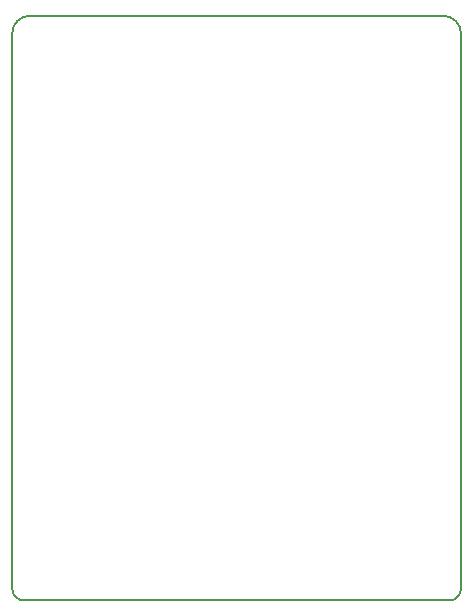
<source format=gm1>
G04 #@! TF.FileFunction,Profile,NP*
%FSLAX46Y46*%
G04 Gerber Fmt 4.6, Leading zero omitted, Abs format (unit mm)*
G04 Created by KiCad (PCBNEW 4.0.2-stable) date 02/06/2016 21:55:55*
%MOMM*%
G01*
G04 APERTURE LIST*
%ADD10C,0.100000*%
%ADD11C,0.150000*%
G04 APERTURE END LIST*
D10*
D11*
X169400000Y-95800000D02*
X133400000Y-95800000D01*
X168900000Y-46300000D02*
X133900000Y-46300000D01*
X170400000Y-94800000D02*
X170400000Y-47800000D01*
X132400000Y-47800000D02*
X132400000Y-94800000D01*
X170400000Y-47800000D02*
G75*
G03X168900000Y-46300000I-1500000J0D01*
G01*
X133900000Y-46300000D02*
G75*
G03X132400000Y-47800000I0J-1500000D01*
G01*
X132400000Y-94800000D02*
G75*
G03X133400000Y-95800000I1000000J0D01*
G01*
X169400000Y-95800000D02*
G75*
G03X170400000Y-94800000I0J1000000D01*
G01*
M02*

</source>
